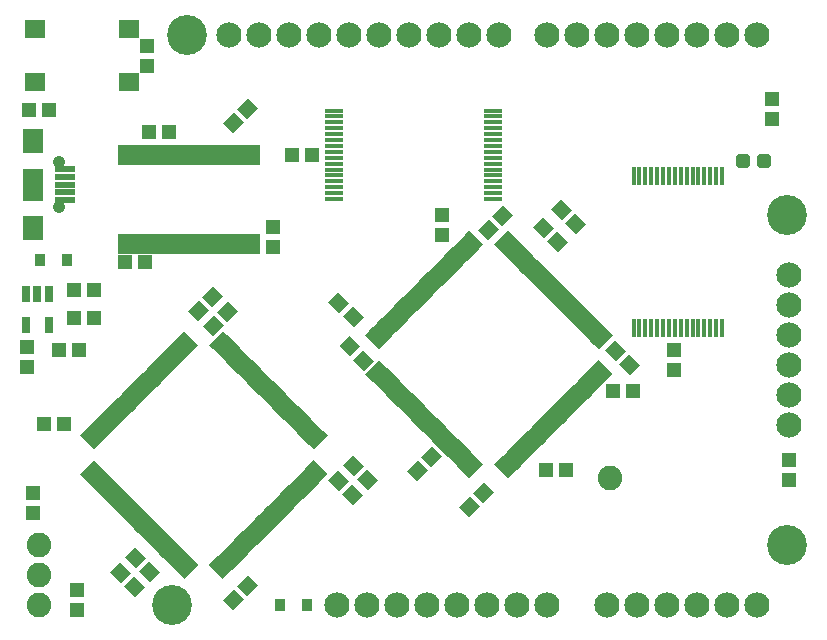
<source format=gbr>
G04 EAGLE Gerber RS-274X export*
G75*
%MOMM*%
%FSLAX34Y34*%
%LPD*%
%INTop Soldermask*%
%IPPOS*%
%AMOC8*
5,1,8,0,0,1.08239X$1,22.5*%
G01*
%ADD10R,1.653200X0.603200*%
%ADD11C,1.053200*%
%ADD12R,1.700000X2.000000*%
%ADD13R,1.700000X2.700000*%
%ADD14R,0.503200X1.653200*%
%ADD15R,1.678200X0.503200*%
%ADD16R,1.625600X0.431800*%
%ADD17R,0.431800X1.625600*%
%ADD18R,1.303200X1.203200*%
%ADD19R,1.203200X1.303200*%
%ADD20C,3.378200*%
%ADD21C,2.133600*%
%ADD22R,1.753200X1.503200*%
%ADD23C,2.082800*%
%ADD24R,0.753200X1.403200*%
%ADD25R,0.833200X1.033200*%
%ADD26C,0.505344*%


D10*
X47570Y381000D03*
X47570Y387500D03*
X47570Y394000D03*
X47570Y374500D03*
X47570Y368000D03*
D11*
X42320Y400000D03*
X42320Y362000D03*
D12*
X20320Y417840D03*
X20320Y344160D03*
D13*
X20320Y381000D03*
D14*
X209900Y406050D03*
X204900Y406050D03*
X199900Y406050D03*
X194900Y406050D03*
X189900Y406050D03*
X184900Y406050D03*
X179900Y406050D03*
X174900Y406050D03*
X169900Y406050D03*
X164900Y406050D03*
X159900Y406050D03*
X154900Y406050D03*
X149900Y406050D03*
X144900Y406050D03*
X139900Y406050D03*
X134900Y406050D03*
X129900Y406050D03*
X124900Y406050D03*
X119900Y406050D03*
X114900Y406050D03*
X109900Y406050D03*
X104900Y406050D03*
X99900Y406050D03*
X94900Y406050D03*
X94900Y330550D03*
X99900Y330550D03*
X104900Y330550D03*
X109900Y330550D03*
X114900Y330550D03*
X119900Y330550D03*
X124900Y330550D03*
X129900Y330550D03*
X134900Y330550D03*
X139900Y330550D03*
X144900Y330550D03*
X149900Y330550D03*
X154900Y330550D03*
X159900Y330550D03*
X164900Y330550D03*
X169900Y330550D03*
X174900Y330550D03*
X179900Y330550D03*
X184900Y330550D03*
X189900Y330550D03*
X194900Y330550D03*
X199900Y330550D03*
X204900Y330550D03*
X209900Y330550D03*
D15*
G36*
X75670Y144264D02*
X63804Y132398D01*
X60246Y135956D01*
X72112Y147822D01*
X75670Y144264D01*
G37*
G36*
X79205Y140729D02*
X67339Y128863D01*
X63781Y132421D01*
X75647Y144287D01*
X79205Y140729D01*
G37*
G36*
X82741Y137193D02*
X70875Y125327D01*
X67317Y128885D01*
X79183Y140751D01*
X82741Y137193D01*
G37*
G36*
X86276Y133658D02*
X74410Y121792D01*
X70852Y125350D01*
X82718Y137216D01*
X86276Y133658D01*
G37*
G36*
X89812Y130122D02*
X77946Y118256D01*
X74388Y121814D01*
X86254Y133680D01*
X89812Y130122D01*
G37*
G36*
X93347Y126587D02*
X81481Y114721D01*
X77923Y118279D01*
X89789Y130145D01*
X93347Y126587D01*
G37*
G36*
X96883Y123051D02*
X85017Y111185D01*
X81459Y114743D01*
X93325Y126609D01*
X96883Y123051D01*
G37*
G36*
X100418Y119516D02*
X88552Y107650D01*
X84994Y111208D01*
X96860Y123074D01*
X100418Y119516D01*
G37*
G36*
X103954Y115980D02*
X92088Y104114D01*
X88530Y107672D01*
X100396Y119538D01*
X103954Y115980D01*
G37*
G36*
X107489Y112445D02*
X95623Y100579D01*
X92065Y104137D01*
X103931Y116003D01*
X107489Y112445D01*
G37*
G36*
X111025Y108909D02*
X99159Y97043D01*
X95601Y100601D01*
X107467Y112467D01*
X111025Y108909D01*
G37*
G36*
X114561Y105374D02*
X102695Y93508D01*
X99137Y97066D01*
X111003Y108932D01*
X114561Y105374D01*
G37*
G36*
X118096Y101838D02*
X106230Y89972D01*
X102672Y93530D01*
X114538Y105396D01*
X118096Y101838D01*
G37*
G36*
X121632Y98303D02*
X109766Y86437D01*
X106208Y89995D01*
X118074Y101861D01*
X121632Y98303D01*
G37*
G36*
X125167Y94767D02*
X113301Y82901D01*
X109743Y86459D01*
X121609Y98325D01*
X125167Y94767D01*
G37*
G36*
X128703Y91231D02*
X116837Y79365D01*
X113279Y82923D01*
X125145Y94789D01*
X128703Y91231D01*
G37*
G36*
X132238Y87696D02*
X120372Y75830D01*
X116814Y79388D01*
X128680Y91254D01*
X132238Y87696D01*
G37*
G36*
X135774Y84160D02*
X123908Y72294D01*
X120350Y75852D01*
X132216Y87718D01*
X135774Y84160D01*
G37*
G36*
X139309Y80625D02*
X127443Y68759D01*
X123885Y72317D01*
X135751Y84183D01*
X139309Y80625D01*
G37*
G36*
X142845Y77089D02*
X130979Y65223D01*
X127421Y68781D01*
X139287Y80647D01*
X142845Y77089D01*
G37*
G36*
X146380Y73554D02*
X134514Y61688D01*
X130956Y65246D01*
X142822Y77112D01*
X146380Y73554D01*
G37*
G36*
X149916Y70018D02*
X138050Y58152D01*
X134492Y61710D01*
X146358Y73576D01*
X149916Y70018D01*
G37*
G36*
X153451Y66483D02*
X141585Y54617D01*
X138027Y58175D01*
X149893Y70041D01*
X153451Y66483D01*
G37*
G36*
X156987Y62947D02*
X145121Y51081D01*
X141563Y54639D01*
X153429Y66505D01*
X156987Y62947D01*
G37*
G36*
X160522Y59412D02*
X148656Y47546D01*
X145098Y51104D01*
X156964Y62970D01*
X160522Y59412D01*
G37*
G36*
X173236Y62970D02*
X185102Y51104D01*
X181544Y47546D01*
X169678Y59412D01*
X173236Y62970D01*
G37*
G36*
X176771Y66505D02*
X188637Y54639D01*
X185079Y51081D01*
X173213Y62947D01*
X176771Y66505D01*
G37*
G36*
X180307Y70041D02*
X192173Y58175D01*
X188615Y54617D01*
X176749Y66483D01*
X180307Y70041D01*
G37*
G36*
X183842Y73576D02*
X195708Y61710D01*
X192150Y58152D01*
X180284Y70018D01*
X183842Y73576D01*
G37*
G36*
X187378Y77112D02*
X199244Y65246D01*
X195686Y61688D01*
X183820Y73554D01*
X187378Y77112D01*
G37*
G36*
X190913Y80647D02*
X202779Y68781D01*
X199221Y65223D01*
X187355Y77089D01*
X190913Y80647D01*
G37*
G36*
X194449Y84183D02*
X206315Y72317D01*
X202757Y68759D01*
X190891Y80625D01*
X194449Y84183D01*
G37*
G36*
X197984Y87718D02*
X209850Y75852D01*
X206292Y72294D01*
X194426Y84160D01*
X197984Y87718D01*
G37*
G36*
X201520Y91254D02*
X213386Y79388D01*
X209828Y75830D01*
X197962Y87696D01*
X201520Y91254D01*
G37*
G36*
X205055Y94789D02*
X216921Y82923D01*
X213363Y79365D01*
X201497Y91231D01*
X205055Y94789D01*
G37*
G36*
X208591Y98325D02*
X220457Y86459D01*
X216899Y82901D01*
X205033Y94767D01*
X208591Y98325D01*
G37*
G36*
X212126Y101861D02*
X223992Y89995D01*
X220434Y86437D01*
X208568Y98303D01*
X212126Y101861D01*
G37*
G36*
X215662Y105396D02*
X227528Y93530D01*
X223970Y89972D01*
X212104Y101838D01*
X215662Y105396D01*
G37*
G36*
X219197Y108932D02*
X231063Y97066D01*
X227505Y93508D01*
X215639Y105374D01*
X219197Y108932D01*
G37*
G36*
X222733Y112467D02*
X234599Y100601D01*
X231041Y97043D01*
X219175Y108909D01*
X222733Y112467D01*
G37*
G36*
X226269Y116003D02*
X238135Y104137D01*
X234577Y100579D01*
X222711Y112445D01*
X226269Y116003D01*
G37*
G36*
X229804Y119538D02*
X241670Y107672D01*
X238112Y104114D01*
X226246Y115980D01*
X229804Y119538D01*
G37*
G36*
X233340Y123074D02*
X245206Y111208D01*
X241648Y107650D01*
X229782Y119516D01*
X233340Y123074D01*
G37*
G36*
X236875Y126609D02*
X248741Y114743D01*
X245183Y111185D01*
X233317Y123051D01*
X236875Y126609D01*
G37*
G36*
X240411Y130145D02*
X252277Y118279D01*
X248719Y114721D01*
X236853Y126587D01*
X240411Y130145D01*
G37*
G36*
X243946Y133680D02*
X255812Y121814D01*
X252254Y118256D01*
X240388Y130122D01*
X243946Y133680D01*
G37*
G36*
X247482Y137216D02*
X259348Y125350D01*
X255790Y121792D01*
X243924Y133658D01*
X247482Y137216D01*
G37*
G36*
X251017Y140751D02*
X262883Y128885D01*
X259325Y125327D01*
X247459Y137193D01*
X251017Y140751D01*
G37*
G36*
X254553Y144287D02*
X266419Y132421D01*
X262861Y128863D01*
X250995Y140729D01*
X254553Y144287D01*
G37*
G36*
X258088Y147822D02*
X269954Y135956D01*
X266396Y132398D01*
X254530Y144264D01*
X258088Y147822D01*
G37*
G36*
X269954Y168844D02*
X258088Y156978D01*
X254530Y160536D01*
X266396Y172402D01*
X269954Y168844D01*
G37*
G36*
X266419Y172379D02*
X254553Y160513D01*
X250995Y164071D01*
X262861Y175937D01*
X266419Y172379D01*
G37*
G36*
X262883Y175915D02*
X251017Y164049D01*
X247459Y167607D01*
X259325Y179473D01*
X262883Y175915D01*
G37*
G36*
X259348Y179450D02*
X247482Y167584D01*
X243924Y171142D01*
X255790Y183008D01*
X259348Y179450D01*
G37*
G36*
X255812Y182986D02*
X243946Y171120D01*
X240388Y174678D01*
X252254Y186544D01*
X255812Y182986D01*
G37*
G36*
X252277Y186521D02*
X240411Y174655D01*
X236853Y178213D01*
X248719Y190079D01*
X252277Y186521D01*
G37*
G36*
X248741Y190057D02*
X236875Y178191D01*
X233317Y181749D01*
X245183Y193615D01*
X248741Y190057D01*
G37*
G36*
X245206Y193592D02*
X233340Y181726D01*
X229782Y185284D01*
X241648Y197150D01*
X245206Y193592D01*
G37*
G36*
X241670Y197128D02*
X229804Y185262D01*
X226246Y188820D01*
X238112Y200686D01*
X241670Y197128D01*
G37*
G36*
X238135Y200663D02*
X226269Y188797D01*
X222711Y192355D01*
X234577Y204221D01*
X238135Y200663D01*
G37*
G36*
X234599Y204199D02*
X222733Y192333D01*
X219175Y195891D01*
X231041Y207757D01*
X234599Y204199D01*
G37*
G36*
X231063Y207734D02*
X219197Y195868D01*
X215639Y199426D01*
X227505Y211292D01*
X231063Y207734D01*
G37*
G36*
X227528Y211270D02*
X215662Y199404D01*
X212104Y202962D01*
X223970Y214828D01*
X227528Y211270D01*
G37*
G36*
X223992Y214805D02*
X212126Y202939D01*
X208568Y206497D01*
X220434Y218363D01*
X223992Y214805D01*
G37*
G36*
X220457Y218341D02*
X208591Y206475D01*
X205033Y210033D01*
X216899Y221899D01*
X220457Y218341D01*
G37*
G36*
X216921Y221877D02*
X205055Y210011D01*
X201497Y213569D01*
X213363Y225435D01*
X216921Y221877D01*
G37*
G36*
X213386Y225412D02*
X201520Y213546D01*
X197962Y217104D01*
X209828Y228970D01*
X213386Y225412D01*
G37*
G36*
X209850Y228948D02*
X197984Y217082D01*
X194426Y220640D01*
X206292Y232506D01*
X209850Y228948D01*
G37*
G36*
X206315Y232483D02*
X194449Y220617D01*
X190891Y224175D01*
X202757Y236041D01*
X206315Y232483D01*
G37*
G36*
X202779Y236019D02*
X190913Y224153D01*
X187355Y227711D01*
X199221Y239577D01*
X202779Y236019D01*
G37*
G36*
X199244Y239554D02*
X187378Y227688D01*
X183820Y231246D01*
X195686Y243112D01*
X199244Y239554D01*
G37*
G36*
X195708Y243090D02*
X183842Y231224D01*
X180284Y234782D01*
X192150Y246648D01*
X195708Y243090D01*
G37*
G36*
X192173Y246625D02*
X180307Y234759D01*
X176749Y238317D01*
X188615Y250183D01*
X192173Y246625D01*
G37*
G36*
X188637Y250161D02*
X176771Y238295D01*
X173213Y241853D01*
X185079Y253719D01*
X188637Y250161D01*
G37*
G36*
X185102Y253696D02*
X173236Y241830D01*
X169678Y245388D01*
X181544Y257254D01*
X185102Y253696D01*
G37*
G36*
X148656Y257254D02*
X160522Y245388D01*
X156964Y241830D01*
X145098Y253696D01*
X148656Y257254D01*
G37*
G36*
X145121Y253719D02*
X156987Y241853D01*
X153429Y238295D01*
X141563Y250161D01*
X145121Y253719D01*
G37*
G36*
X141585Y250183D02*
X153451Y238317D01*
X149893Y234759D01*
X138027Y246625D01*
X141585Y250183D01*
G37*
G36*
X138050Y246648D02*
X149916Y234782D01*
X146358Y231224D01*
X134492Y243090D01*
X138050Y246648D01*
G37*
G36*
X134514Y243112D02*
X146380Y231246D01*
X142822Y227688D01*
X130956Y239554D01*
X134514Y243112D01*
G37*
G36*
X130979Y239577D02*
X142845Y227711D01*
X139287Y224153D01*
X127421Y236019D01*
X130979Y239577D01*
G37*
G36*
X127443Y236041D02*
X139309Y224175D01*
X135751Y220617D01*
X123885Y232483D01*
X127443Y236041D01*
G37*
G36*
X123908Y232506D02*
X135774Y220640D01*
X132216Y217082D01*
X120350Y228948D01*
X123908Y232506D01*
G37*
G36*
X120372Y228970D02*
X132238Y217104D01*
X128680Y213546D01*
X116814Y225412D01*
X120372Y228970D01*
G37*
G36*
X116837Y225435D02*
X128703Y213569D01*
X125145Y210011D01*
X113279Y221877D01*
X116837Y225435D01*
G37*
G36*
X113301Y221899D02*
X125167Y210033D01*
X121609Y206475D01*
X109743Y218341D01*
X113301Y221899D01*
G37*
G36*
X109766Y218363D02*
X121632Y206497D01*
X118074Y202939D01*
X106208Y214805D01*
X109766Y218363D01*
G37*
G36*
X106230Y214828D02*
X118096Y202962D01*
X114538Y199404D01*
X102672Y211270D01*
X106230Y214828D01*
G37*
G36*
X102695Y211292D02*
X114561Y199426D01*
X111003Y195868D01*
X99137Y207734D01*
X102695Y211292D01*
G37*
G36*
X99159Y207757D02*
X111025Y195891D01*
X107467Y192333D01*
X95601Y204199D01*
X99159Y207757D01*
G37*
G36*
X95623Y204221D02*
X107489Y192355D01*
X103931Y188797D01*
X92065Y200663D01*
X95623Y204221D01*
G37*
G36*
X92088Y200686D02*
X103954Y188820D01*
X100396Y185262D01*
X88530Y197128D01*
X92088Y200686D01*
G37*
G36*
X88552Y197150D02*
X100418Y185284D01*
X96860Y181726D01*
X84994Y193592D01*
X88552Y197150D01*
G37*
G36*
X85017Y193615D02*
X96883Y181749D01*
X93325Y178191D01*
X81459Y190057D01*
X85017Y193615D01*
G37*
G36*
X81481Y190079D02*
X93347Y178213D01*
X89789Y174655D01*
X77923Y186521D01*
X81481Y190079D01*
G37*
G36*
X77946Y186544D02*
X89812Y174678D01*
X86254Y171120D01*
X74388Y182986D01*
X77946Y186544D01*
G37*
G36*
X74410Y183008D02*
X86276Y171142D01*
X82718Y167584D01*
X70852Y179450D01*
X74410Y183008D01*
G37*
G36*
X70875Y179473D02*
X82741Y167607D01*
X79183Y164049D01*
X67317Y175915D01*
X70875Y179473D01*
G37*
G36*
X67339Y175937D02*
X79205Y164071D01*
X75647Y160513D01*
X63781Y172379D01*
X67339Y175937D01*
G37*
G36*
X63804Y172402D02*
X75670Y160536D01*
X72112Y156978D01*
X60246Y168844D01*
X63804Y172402D01*
G37*
G36*
X414536Y148060D02*
X426402Y136194D01*
X422844Y132636D01*
X410978Y144502D01*
X414536Y148060D01*
G37*
G36*
X418071Y151595D02*
X429937Y139729D01*
X426379Y136171D01*
X414513Y148037D01*
X418071Y151595D01*
G37*
G36*
X421607Y155131D02*
X433473Y143265D01*
X429915Y139707D01*
X418049Y151573D01*
X421607Y155131D01*
G37*
G36*
X425142Y158666D02*
X437008Y146800D01*
X433450Y143242D01*
X421584Y155108D01*
X425142Y158666D01*
G37*
G36*
X428678Y162202D02*
X440544Y150336D01*
X436986Y146778D01*
X425120Y158644D01*
X428678Y162202D01*
G37*
G36*
X432213Y165737D02*
X444079Y153871D01*
X440521Y150313D01*
X428655Y162179D01*
X432213Y165737D01*
G37*
G36*
X435749Y169273D02*
X447615Y157407D01*
X444057Y153849D01*
X432191Y165715D01*
X435749Y169273D01*
G37*
G36*
X439284Y172808D02*
X451150Y160942D01*
X447592Y157384D01*
X435726Y169250D01*
X439284Y172808D01*
G37*
G36*
X442820Y176344D02*
X454686Y164478D01*
X451128Y160920D01*
X439262Y172786D01*
X442820Y176344D01*
G37*
G36*
X446355Y179879D02*
X458221Y168013D01*
X454663Y164455D01*
X442797Y176321D01*
X446355Y179879D01*
G37*
G36*
X449891Y183415D02*
X461757Y171549D01*
X458199Y167991D01*
X446333Y179857D01*
X449891Y183415D01*
G37*
G36*
X453426Y186951D02*
X465292Y175085D01*
X461734Y171527D01*
X449868Y183393D01*
X453426Y186951D01*
G37*
G36*
X456962Y190486D02*
X468828Y178620D01*
X465270Y175062D01*
X453404Y186928D01*
X456962Y190486D01*
G37*
G36*
X460497Y194022D02*
X472363Y182156D01*
X468805Y178598D01*
X456939Y190464D01*
X460497Y194022D01*
G37*
G36*
X464033Y197557D02*
X475899Y185691D01*
X472341Y182133D01*
X460475Y193999D01*
X464033Y197557D01*
G37*
G36*
X467569Y201093D02*
X479435Y189227D01*
X475877Y185669D01*
X464011Y197535D01*
X467569Y201093D01*
G37*
G36*
X471104Y204628D02*
X482970Y192762D01*
X479412Y189204D01*
X467546Y201070D01*
X471104Y204628D01*
G37*
G36*
X474640Y208164D02*
X486506Y196298D01*
X482948Y192740D01*
X471082Y204606D01*
X474640Y208164D01*
G37*
G36*
X478175Y211699D02*
X490041Y199833D01*
X486483Y196275D01*
X474617Y208141D01*
X478175Y211699D01*
G37*
G36*
X481711Y215235D02*
X493577Y203369D01*
X490019Y199811D01*
X478153Y211677D01*
X481711Y215235D01*
G37*
G36*
X485246Y218770D02*
X497112Y206904D01*
X493554Y203346D01*
X481688Y215212D01*
X485246Y218770D01*
G37*
G36*
X488782Y222306D02*
X500648Y210440D01*
X497090Y206882D01*
X485224Y218748D01*
X488782Y222306D01*
G37*
G36*
X492317Y225841D02*
X504183Y213975D01*
X500625Y210417D01*
X488759Y222283D01*
X492317Y225841D01*
G37*
G36*
X495853Y229377D02*
X507719Y217511D01*
X504161Y213953D01*
X492295Y225819D01*
X495853Y229377D01*
G37*
G36*
X499388Y232912D02*
X511254Y221046D01*
X507696Y217488D01*
X495830Y229354D01*
X499388Y232912D01*
G37*
G36*
X495830Y245626D02*
X507696Y257492D01*
X511254Y253934D01*
X499388Y242068D01*
X495830Y245626D01*
G37*
G36*
X492295Y249161D02*
X504161Y261027D01*
X507719Y257469D01*
X495853Y245603D01*
X492295Y249161D01*
G37*
G36*
X488759Y252697D02*
X500625Y264563D01*
X504183Y261005D01*
X492317Y249139D01*
X488759Y252697D01*
G37*
G36*
X485224Y256232D02*
X497090Y268098D01*
X500648Y264540D01*
X488782Y252674D01*
X485224Y256232D01*
G37*
G36*
X481688Y259768D02*
X493554Y271634D01*
X497112Y268076D01*
X485246Y256210D01*
X481688Y259768D01*
G37*
G36*
X478153Y263303D02*
X490019Y275169D01*
X493577Y271611D01*
X481711Y259745D01*
X478153Y263303D01*
G37*
G36*
X474617Y266839D02*
X486483Y278705D01*
X490041Y275147D01*
X478175Y263281D01*
X474617Y266839D01*
G37*
G36*
X471082Y270374D02*
X482948Y282240D01*
X486506Y278682D01*
X474640Y266816D01*
X471082Y270374D01*
G37*
G36*
X467546Y273910D02*
X479412Y285776D01*
X482970Y282218D01*
X471104Y270352D01*
X467546Y273910D01*
G37*
G36*
X464011Y277445D02*
X475877Y289311D01*
X479435Y285753D01*
X467569Y273887D01*
X464011Y277445D01*
G37*
G36*
X460475Y280981D02*
X472341Y292847D01*
X475899Y289289D01*
X464033Y277423D01*
X460475Y280981D01*
G37*
G36*
X456939Y284516D02*
X468805Y296382D01*
X472363Y292824D01*
X460497Y280958D01*
X456939Y284516D01*
G37*
G36*
X453404Y288052D02*
X465270Y299918D01*
X468828Y296360D01*
X456962Y284494D01*
X453404Y288052D01*
G37*
G36*
X449868Y291587D02*
X461734Y303453D01*
X465292Y299895D01*
X453426Y288029D01*
X449868Y291587D01*
G37*
G36*
X446333Y295123D02*
X458199Y306989D01*
X461757Y303431D01*
X449891Y291565D01*
X446333Y295123D01*
G37*
G36*
X442797Y298659D02*
X454663Y310525D01*
X458221Y306967D01*
X446355Y295101D01*
X442797Y298659D01*
G37*
G36*
X439262Y302194D02*
X451128Y314060D01*
X454686Y310502D01*
X442820Y298636D01*
X439262Y302194D01*
G37*
G36*
X435726Y305730D02*
X447592Y317596D01*
X451150Y314038D01*
X439284Y302172D01*
X435726Y305730D01*
G37*
G36*
X432191Y309265D02*
X444057Y321131D01*
X447615Y317573D01*
X435749Y305707D01*
X432191Y309265D01*
G37*
G36*
X428655Y312801D02*
X440521Y324667D01*
X444079Y321109D01*
X432213Y309243D01*
X428655Y312801D01*
G37*
G36*
X425120Y316336D02*
X436986Y328202D01*
X440544Y324644D01*
X428678Y312778D01*
X425120Y316336D01*
G37*
G36*
X421584Y319872D02*
X433450Y331738D01*
X437008Y328180D01*
X425142Y316314D01*
X421584Y319872D01*
G37*
G36*
X418049Y323407D02*
X429915Y335273D01*
X433473Y331715D01*
X421607Y319849D01*
X418049Y323407D01*
G37*
G36*
X414513Y326943D02*
X426379Y338809D01*
X429937Y335251D01*
X418071Y323385D01*
X414513Y326943D01*
G37*
G36*
X410978Y330478D02*
X422844Y342344D01*
X426402Y338786D01*
X414536Y326920D01*
X410978Y330478D01*
G37*
G36*
X389956Y342344D02*
X401822Y330478D01*
X398264Y326920D01*
X386398Y338786D01*
X389956Y342344D01*
G37*
G36*
X386421Y338809D02*
X398287Y326943D01*
X394729Y323385D01*
X382863Y335251D01*
X386421Y338809D01*
G37*
G36*
X382885Y335273D02*
X394751Y323407D01*
X391193Y319849D01*
X379327Y331715D01*
X382885Y335273D01*
G37*
G36*
X379350Y331738D02*
X391216Y319872D01*
X387658Y316314D01*
X375792Y328180D01*
X379350Y331738D01*
G37*
G36*
X375814Y328202D02*
X387680Y316336D01*
X384122Y312778D01*
X372256Y324644D01*
X375814Y328202D01*
G37*
G36*
X372279Y324667D02*
X384145Y312801D01*
X380587Y309243D01*
X368721Y321109D01*
X372279Y324667D01*
G37*
G36*
X368743Y321131D02*
X380609Y309265D01*
X377051Y305707D01*
X365185Y317573D01*
X368743Y321131D01*
G37*
G36*
X365208Y317596D02*
X377074Y305730D01*
X373516Y302172D01*
X361650Y314038D01*
X365208Y317596D01*
G37*
G36*
X361672Y314060D02*
X373538Y302194D01*
X369980Y298636D01*
X358114Y310502D01*
X361672Y314060D01*
G37*
G36*
X358137Y310525D02*
X370003Y298659D01*
X366445Y295101D01*
X354579Y306967D01*
X358137Y310525D01*
G37*
G36*
X354601Y306989D02*
X366467Y295123D01*
X362909Y291565D01*
X351043Y303431D01*
X354601Y306989D01*
G37*
G36*
X351066Y303453D02*
X362932Y291587D01*
X359374Y288029D01*
X347508Y299895D01*
X351066Y303453D01*
G37*
G36*
X347530Y299918D02*
X359396Y288052D01*
X355838Y284494D01*
X343972Y296360D01*
X347530Y299918D01*
G37*
G36*
X343995Y296382D02*
X355861Y284516D01*
X352303Y280958D01*
X340437Y292824D01*
X343995Y296382D01*
G37*
G36*
X340459Y292847D02*
X352325Y280981D01*
X348767Y277423D01*
X336901Y289289D01*
X340459Y292847D01*
G37*
G36*
X336923Y289311D02*
X348789Y277445D01*
X345231Y273887D01*
X333365Y285753D01*
X336923Y289311D01*
G37*
G36*
X333388Y285776D02*
X345254Y273910D01*
X341696Y270352D01*
X329830Y282218D01*
X333388Y285776D01*
G37*
G36*
X329852Y282240D02*
X341718Y270374D01*
X338160Y266816D01*
X326294Y278682D01*
X329852Y282240D01*
G37*
G36*
X326317Y278705D02*
X338183Y266839D01*
X334625Y263281D01*
X322759Y275147D01*
X326317Y278705D01*
G37*
G36*
X322781Y275169D02*
X334647Y263303D01*
X331089Y259745D01*
X319223Y271611D01*
X322781Y275169D01*
G37*
G36*
X319246Y271634D02*
X331112Y259768D01*
X327554Y256210D01*
X315688Y268076D01*
X319246Y271634D01*
G37*
G36*
X315710Y268098D02*
X327576Y256232D01*
X324018Y252674D01*
X312152Y264540D01*
X315710Y268098D01*
G37*
G36*
X312175Y264563D02*
X324041Y252697D01*
X320483Y249139D01*
X308617Y261005D01*
X312175Y264563D01*
G37*
G36*
X308639Y261027D02*
X320505Y249161D01*
X316947Y245603D01*
X305081Y257469D01*
X308639Y261027D01*
G37*
G36*
X305104Y257492D02*
X316970Y245626D01*
X313412Y242068D01*
X301546Y253934D01*
X305104Y257492D01*
G37*
G36*
X301546Y221046D02*
X313412Y232912D01*
X316970Y229354D01*
X305104Y217488D01*
X301546Y221046D01*
G37*
G36*
X305081Y217511D02*
X316947Y229377D01*
X320505Y225819D01*
X308639Y213953D01*
X305081Y217511D01*
G37*
G36*
X308617Y213975D02*
X320483Y225841D01*
X324041Y222283D01*
X312175Y210417D01*
X308617Y213975D01*
G37*
G36*
X312152Y210440D02*
X324018Y222306D01*
X327576Y218748D01*
X315710Y206882D01*
X312152Y210440D01*
G37*
G36*
X315688Y206904D02*
X327554Y218770D01*
X331112Y215212D01*
X319246Y203346D01*
X315688Y206904D01*
G37*
G36*
X319223Y203369D02*
X331089Y215235D01*
X334647Y211677D01*
X322781Y199811D01*
X319223Y203369D01*
G37*
G36*
X322759Y199833D02*
X334625Y211699D01*
X338183Y208141D01*
X326317Y196275D01*
X322759Y199833D01*
G37*
G36*
X326294Y196298D02*
X338160Y208164D01*
X341718Y204606D01*
X329852Y192740D01*
X326294Y196298D01*
G37*
G36*
X329830Y192762D02*
X341696Y204628D01*
X345254Y201070D01*
X333388Y189204D01*
X329830Y192762D01*
G37*
G36*
X333365Y189227D02*
X345231Y201093D01*
X348789Y197535D01*
X336923Y185669D01*
X333365Y189227D01*
G37*
G36*
X336901Y185691D02*
X348767Y197557D01*
X352325Y193999D01*
X340459Y182133D01*
X336901Y185691D01*
G37*
G36*
X340437Y182156D02*
X352303Y194022D01*
X355861Y190464D01*
X343995Y178598D01*
X340437Y182156D01*
G37*
G36*
X343972Y178620D02*
X355838Y190486D01*
X359396Y186928D01*
X347530Y175062D01*
X343972Y178620D01*
G37*
G36*
X347508Y175085D02*
X359374Y186951D01*
X362932Y183393D01*
X351066Y171527D01*
X347508Y175085D01*
G37*
G36*
X351043Y171549D02*
X362909Y183415D01*
X366467Y179857D01*
X354601Y167991D01*
X351043Y171549D01*
G37*
G36*
X354579Y168013D02*
X366445Y179879D01*
X370003Y176321D01*
X358137Y164455D01*
X354579Y168013D01*
G37*
G36*
X358114Y164478D02*
X369980Y176344D01*
X373538Y172786D01*
X361672Y160920D01*
X358114Y164478D01*
G37*
G36*
X361650Y160942D02*
X373516Y172808D01*
X377074Y169250D01*
X365208Y157384D01*
X361650Y160942D01*
G37*
G36*
X365185Y157407D02*
X377051Y169273D01*
X380609Y165715D01*
X368743Y153849D01*
X365185Y157407D01*
G37*
G36*
X368721Y153871D02*
X380587Y165737D01*
X384145Y162179D01*
X372279Y150313D01*
X368721Y153871D01*
G37*
G36*
X372256Y150336D02*
X384122Y162202D01*
X387680Y158644D01*
X375814Y146778D01*
X372256Y150336D01*
G37*
G36*
X375792Y146800D02*
X387658Y158666D01*
X391216Y155108D01*
X379350Y143242D01*
X375792Y146800D01*
G37*
G36*
X379327Y143265D02*
X391193Y155131D01*
X394751Y151573D01*
X382885Y139707D01*
X379327Y143265D01*
G37*
G36*
X382863Y139729D02*
X394729Y151595D01*
X398287Y148037D01*
X386421Y136171D01*
X382863Y139729D01*
G37*
G36*
X386398Y136194D02*
X398264Y148060D01*
X401822Y144502D01*
X389956Y132636D01*
X386398Y136194D01*
G37*
D16*
X275463Y443900D03*
X275463Y438900D03*
X275463Y433900D03*
X275463Y428900D03*
X275463Y423900D03*
X275463Y418900D03*
X275463Y413900D03*
X275463Y408900D03*
X275463Y403900D03*
X275463Y398900D03*
X275463Y393900D03*
X275463Y388900D03*
X275463Y383900D03*
X275463Y378900D03*
X275463Y373900D03*
X275463Y368900D03*
X410337Y368900D03*
X410337Y373900D03*
X410337Y378900D03*
X410337Y383900D03*
X410337Y388900D03*
X410337Y393900D03*
X410337Y398900D03*
X410337Y403900D03*
X410337Y408900D03*
X410337Y413900D03*
X410337Y418900D03*
X410337Y423900D03*
X410337Y428900D03*
X410337Y433900D03*
X410337Y438900D03*
X410337Y443900D03*
D17*
X528920Y259461D03*
X533920Y259461D03*
X538920Y259461D03*
X543920Y259461D03*
X548920Y259461D03*
X553920Y259461D03*
X558920Y259461D03*
X563920Y259461D03*
X568920Y259461D03*
X573920Y259461D03*
X578920Y259461D03*
X583920Y259461D03*
X588920Y259461D03*
X593920Y259461D03*
X598920Y259461D03*
X603920Y259461D03*
X603920Y388239D03*
X598920Y388239D03*
X593920Y388239D03*
X588920Y388239D03*
X583920Y388239D03*
X578920Y388239D03*
X573920Y388239D03*
X568920Y388239D03*
X563920Y388239D03*
X558920Y388239D03*
X553920Y388239D03*
X548920Y388239D03*
X543920Y388239D03*
X538920Y388239D03*
X533920Y388239D03*
X528920Y388239D03*
D18*
X33900Y444500D03*
X16900Y444500D03*
X55000Y292100D03*
X72000Y292100D03*
X42300Y241300D03*
X59300Y241300D03*
G36*
X468053Y351479D02*
X458839Y360693D01*
X467347Y369201D01*
X476561Y359987D01*
X468053Y351479D01*
G37*
G36*
X480073Y339459D02*
X470859Y348673D01*
X479367Y357181D01*
X488581Y347967D01*
X480073Y339459D01*
G37*
D19*
X367030Y338210D03*
X367030Y355210D03*
D20*
X151000Y508000D03*
X659000Y355600D03*
X659000Y76200D03*
X138300Y25400D03*
D21*
X278000Y25400D03*
X303400Y25400D03*
X328800Y25400D03*
X354200Y25400D03*
X379600Y25400D03*
X405000Y25400D03*
X430400Y25400D03*
X455800Y25400D03*
X506600Y25400D03*
X532000Y25400D03*
X557400Y25400D03*
X582800Y25400D03*
X608200Y25400D03*
X633600Y25400D03*
X633600Y508000D03*
X608200Y508000D03*
X582800Y508000D03*
X557400Y508000D03*
X532000Y508000D03*
X506600Y508000D03*
X481200Y508000D03*
X455800Y508000D03*
X415160Y508000D03*
X389760Y508000D03*
X364360Y508000D03*
X338960Y508000D03*
X313560Y508000D03*
X288160Y508000D03*
X262760Y508000D03*
X237360Y508000D03*
X211960Y508000D03*
X186560Y508000D03*
X660400Y253500D03*
X660400Y304300D03*
X660400Y202700D03*
X660400Y278900D03*
X660400Y228100D03*
X660400Y177300D03*
D22*
X22480Y467720D03*
X101980Y467720D03*
X22480Y512720D03*
X101980Y512720D03*
D23*
X25400Y25400D03*
X25400Y50800D03*
X25400Y76200D03*
D19*
X20710Y120260D03*
X20710Y103260D03*
X57540Y20710D03*
X57540Y37710D03*
D24*
X33630Y288591D03*
X24130Y288591D03*
X14630Y288591D03*
X14630Y262589D03*
X33630Y262589D03*
D25*
X26600Y317500D03*
X49600Y317500D03*
X229800Y25400D03*
X252800Y25400D03*
D18*
G36*
X291153Y278187D02*
X300367Y268973D01*
X291859Y260465D01*
X282645Y269679D01*
X291153Y278187D01*
G37*
G36*
X279133Y290207D02*
X288347Y280993D01*
X279839Y272485D01*
X270625Y281699D01*
X279133Y290207D01*
G37*
G36*
X409019Y354907D02*
X418233Y364121D01*
X426741Y355613D01*
X417527Y346399D01*
X409019Y354907D01*
G37*
G36*
X396999Y342887D02*
X406213Y352101D01*
X414721Y343593D01*
X405507Y334379D01*
X396999Y342887D01*
G37*
X55390Y267970D03*
X72390Y267970D03*
X118890Y425450D03*
X135890Y425450D03*
G36*
X198821Y433763D02*
X189607Y424549D01*
X181099Y433057D01*
X190313Y442271D01*
X198821Y433763D01*
G37*
G36*
X210841Y445783D02*
X201627Y436569D01*
X193119Y445077D01*
X202333Y454291D01*
X210841Y445783D01*
G37*
G36*
X291913Y134309D02*
X282699Y143523D01*
X291207Y152031D01*
X300421Y142817D01*
X291913Y134309D01*
G37*
G36*
X303933Y122289D02*
X294719Y131503D01*
X303227Y140011D01*
X312441Y130797D01*
X303933Y122289D01*
G37*
G36*
X169611Y275013D02*
X160397Y265799D01*
X151889Y274307D01*
X161103Y283521D01*
X169611Y275013D01*
G37*
G36*
X181631Y287033D02*
X172417Y277819D01*
X163909Y286327D01*
X173123Y295541D01*
X181631Y287033D01*
G37*
G36*
X106377Y49841D02*
X115591Y40627D01*
X107083Y32119D01*
X97869Y41333D01*
X106377Y49841D01*
G37*
G36*
X94357Y61861D02*
X103571Y52647D01*
X95063Y44139D01*
X85849Y53353D01*
X94357Y61861D01*
G37*
D19*
X660400Y148200D03*
X660400Y131200D03*
D18*
X46990Y178308D03*
X29990Y178308D03*
G36*
X193119Y41217D02*
X202333Y50431D01*
X210841Y41923D01*
X201627Y32709D01*
X193119Y41217D01*
G37*
G36*
X181099Y29197D02*
X190313Y38411D01*
X198821Y29903D01*
X189607Y20689D01*
X181099Y29197D01*
G37*
G36*
X279213Y121609D02*
X269999Y130823D01*
X278507Y139331D01*
X287721Y130117D01*
X279213Y121609D01*
G37*
G36*
X291233Y109589D02*
X282019Y118803D01*
X290527Y127311D01*
X299741Y118097D01*
X291233Y109589D01*
G37*
G36*
X182311Y262313D02*
X173097Y253099D01*
X164589Y261607D01*
X173803Y270821D01*
X182311Y262313D01*
G37*
G36*
X194331Y274333D02*
X185117Y265119D01*
X176609Y273627D01*
X185823Y282841D01*
X194331Y274333D01*
G37*
G36*
X119077Y62541D02*
X128291Y53327D01*
X119783Y44819D01*
X110569Y54033D01*
X119077Y62541D01*
G37*
G36*
X107057Y74561D02*
X116271Y65347D01*
X107763Y56839D01*
X98549Y66053D01*
X107057Y74561D01*
G37*
G36*
X452813Y336239D02*
X443599Y345453D01*
X452107Y353961D01*
X461321Y344747D01*
X452813Y336239D01*
G37*
G36*
X464833Y324219D02*
X455619Y333433D01*
X464127Y341941D01*
X473341Y332727D01*
X464833Y324219D01*
G37*
G36*
X300297Y241357D02*
X309511Y232143D01*
X301003Y223635D01*
X291789Y232849D01*
X300297Y241357D01*
G37*
G36*
X288277Y253377D02*
X297491Y244163D01*
X288983Y235655D01*
X279769Y244869D01*
X288277Y253377D01*
G37*
G36*
X348939Y150437D02*
X358153Y159651D01*
X366661Y151143D01*
X357447Y141929D01*
X348939Y150437D01*
G37*
G36*
X336919Y138417D02*
X346133Y147631D01*
X354641Y139123D01*
X345427Y129909D01*
X336919Y138417D01*
G37*
G36*
X398583Y108897D02*
X389369Y99683D01*
X380861Y108191D01*
X390075Y117405D01*
X398583Y108897D01*
G37*
G36*
X410603Y120917D02*
X401389Y111703D01*
X392881Y120211D01*
X402095Y129425D01*
X410603Y120917D01*
G37*
X455050Y139700D03*
X472050Y139700D03*
X511438Y206502D03*
X528438Y206502D03*
G36*
X513773Y232099D02*
X504559Y241313D01*
X513067Y249821D01*
X522281Y240607D01*
X513773Y232099D01*
G37*
G36*
X525793Y220079D02*
X516579Y229293D01*
X525087Y237801D01*
X534301Y228587D01*
X525793Y220079D01*
G37*
D19*
X563000Y240910D03*
X563000Y223910D03*
D18*
X256540Y406400D03*
X239540Y406400D03*
X115062Y315976D03*
X98062Y315976D03*
D19*
X223910Y345050D03*
X223910Y328050D03*
D26*
X625148Y397576D02*
X625148Y404556D01*
X625148Y397576D02*
X618168Y397576D01*
X618168Y404556D01*
X625148Y404556D01*
X625148Y402376D02*
X618168Y402376D01*
X642688Y404556D02*
X642688Y397576D01*
X635708Y397576D01*
X635708Y404556D01*
X642688Y404556D01*
X642688Y402376D02*
X635708Y402376D01*
D19*
X646176Y436508D03*
X646176Y453508D03*
X15240Y243450D03*
X15240Y226450D03*
X116840Y481720D03*
X116840Y498720D03*
D23*
X509270Y132842D03*
M02*

</source>
